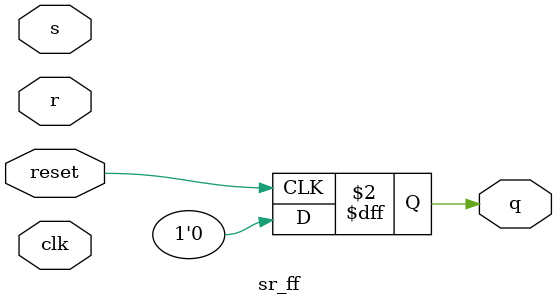
<source format=v>
`timescale 1ns / 1ps

// without using reset

/*module sr_ff(
    input s,r,
    input clk,
    output reg q
    );
    
    always @(posedge clk)
        begin
            case({s,r})
                2'b00: q <= q;
                2'b01: q <= 0;
                2'b10: q <= 1;
                2'b11: q <= 1'bx;
            endcase
    end
endmodule */


// using reset

module sr_ff(
    input s,r,
    input clk,reset,
    output reg q
    );
    
    always @(posedge reset)
        if(reset)
         begin
            q=0;
         end
         else 
           begin
            case({s,r})
                2'b00: q <= q;
                2'b01: q <= 0;
                2'b10: q <= 1;
                2'b11: q <= 1'bx;
            endcase
    end
endmodule




/*module sr_ff(
    input s,r,
    input clk,
    output reg q,qb
    );
    
    always @(posedge clk)
        begin
            q=1'b0; qb=1'b1;
            
            if(clk==1) 
                begin
                    if(s==0 && r==0) 
                        begin
                            q=q; qb=qb; 
                        end
                        else if(s==0 && r==1) 
                        begin
                            q=1'b0; qb=1'b1; 
                        end
                        else if(s==1 && r==0) 
                        begin
                            q=1'b1; qb=1'b0; 
                        end
                        else if(s==1 && r==1) 
                        begin
                            q=1'bx; qb=1'bx; 
                        end
                end
                if(clk==0) 
                begin
                    q=q; qb=qb; 
                end
        end
 endmodule */



</source>
